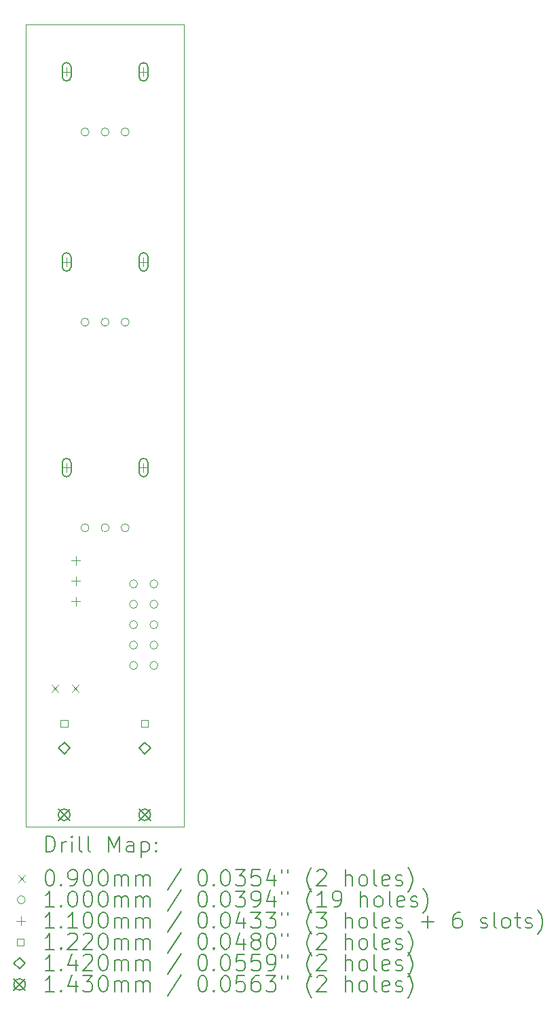
<source format=gbr>
%TF.GenerationSoftware,KiCad,Pcbnew,6.0.7+dfsg-1~bpo11+1*%
%TF.CreationDate,2022-10-24T23:46:41+08:00*%
%TF.ProjectId,MiniDelay,4d696e69-4465-46c6-9179-2e6b69636164,rev?*%
%TF.SameCoordinates,Original*%
%TF.FileFunction,Drillmap*%
%TF.FilePolarity,Positive*%
%FSLAX45Y45*%
G04 Gerber Fmt 4.5, Leading zero omitted, Abs format (unit mm)*
G04 Created by KiCad (PCBNEW 6.0.7+dfsg-1~bpo11+1) date 2022-10-24 23:46:41*
%MOMM*%
%LPD*%
G01*
G04 APERTURE LIST*
%ADD10C,0.100000*%
%ADD11C,0.200000*%
%ADD12C,0.090000*%
%ADD13C,0.110000*%
%ADD14C,0.122000*%
%ADD15C,0.142000*%
%ADD16C,0.143000*%
G04 APERTURE END LIST*
D10*
X11100000Y-15660000D02*
X11100000Y-5660000D01*
X11100000Y-5660000D02*
X13070000Y-5660000D01*
X13070000Y-5660000D02*
X13070000Y-15660000D01*
X13070000Y-15660000D02*
X11100000Y-15660000D01*
D11*
D12*
X11420000Y-13890000D02*
X11510000Y-13980000D01*
X11510000Y-13890000D02*
X11420000Y-13980000D01*
X11674000Y-13890000D02*
X11764000Y-13980000D01*
X11764000Y-13890000D02*
X11674000Y-13980000D01*
D10*
X11890000Y-7000000D02*
G75*
G03*
X11890000Y-7000000I-50000J0D01*
G01*
X11890000Y-9370000D02*
G75*
G03*
X11890000Y-9370000I-50000J0D01*
G01*
X11890000Y-11932500D02*
G75*
G03*
X11890000Y-11932500I-50000J0D01*
G01*
X12140000Y-7000000D02*
G75*
G03*
X12140000Y-7000000I-50000J0D01*
G01*
X12140000Y-9370000D02*
G75*
G03*
X12140000Y-9370000I-50000J0D01*
G01*
X12140000Y-11932500D02*
G75*
G03*
X12140000Y-11932500I-50000J0D01*
G01*
X12390000Y-7000000D02*
G75*
G03*
X12390000Y-7000000I-50000J0D01*
G01*
X12390000Y-9370000D02*
G75*
G03*
X12390000Y-9370000I-50000J0D01*
G01*
X12390000Y-11932500D02*
G75*
G03*
X12390000Y-11932500I-50000J0D01*
G01*
X12494750Y-12632000D02*
G75*
G03*
X12494750Y-12632000I-50000J0D01*
G01*
X12494750Y-12886000D02*
G75*
G03*
X12494750Y-12886000I-50000J0D01*
G01*
X12494750Y-13140000D02*
G75*
G03*
X12494750Y-13140000I-50000J0D01*
G01*
X12494750Y-13394000D02*
G75*
G03*
X12494750Y-13394000I-50000J0D01*
G01*
X12494750Y-13648000D02*
G75*
G03*
X12494750Y-13648000I-50000J0D01*
G01*
X12748750Y-12632000D02*
G75*
G03*
X12748750Y-12632000I-50000J0D01*
G01*
X12748750Y-12886000D02*
G75*
G03*
X12748750Y-12886000I-50000J0D01*
G01*
X12748750Y-13140000D02*
G75*
G03*
X12748750Y-13140000I-50000J0D01*
G01*
X12748750Y-13394000D02*
G75*
G03*
X12748750Y-13394000I-50000J0D01*
G01*
X12748750Y-13648000D02*
G75*
G03*
X12748750Y-13648000I-50000J0D01*
G01*
D13*
X11610000Y-6195000D02*
X11610000Y-6305000D01*
X11555000Y-6250000D02*
X11665000Y-6250000D01*
D11*
X11665000Y-6310000D02*
X11665000Y-6190000D01*
X11555000Y-6310000D02*
X11555000Y-6190000D01*
X11665000Y-6190000D02*
G75*
G03*
X11555000Y-6190000I-55000J0D01*
G01*
X11555000Y-6310000D02*
G75*
G03*
X11665000Y-6310000I55000J0D01*
G01*
D13*
X11610000Y-8565000D02*
X11610000Y-8675000D01*
X11555000Y-8620000D02*
X11665000Y-8620000D01*
D11*
X11665000Y-8680000D02*
X11665000Y-8560000D01*
X11555000Y-8680000D02*
X11555000Y-8560000D01*
X11665000Y-8560000D02*
G75*
G03*
X11555000Y-8560000I-55000J0D01*
G01*
X11555000Y-8680000D02*
G75*
G03*
X11665000Y-8680000I55000J0D01*
G01*
D13*
X11610000Y-11127500D02*
X11610000Y-11237500D01*
X11555000Y-11182500D02*
X11665000Y-11182500D01*
D11*
X11665000Y-11242500D02*
X11665000Y-11122500D01*
X11555000Y-11242500D02*
X11555000Y-11122500D01*
X11665000Y-11122500D02*
G75*
G03*
X11555000Y-11122500I-55000J0D01*
G01*
X11555000Y-11242500D02*
G75*
G03*
X11665000Y-11242500I55000J0D01*
G01*
D13*
X11725500Y-12286000D02*
X11725500Y-12396000D01*
X11670500Y-12341000D02*
X11780500Y-12341000D01*
X11725500Y-12540000D02*
X11725500Y-12650000D01*
X11670500Y-12595000D02*
X11780500Y-12595000D01*
X11725500Y-12794000D02*
X11725500Y-12904000D01*
X11670500Y-12849000D02*
X11780500Y-12849000D01*
X12570000Y-6195000D02*
X12570000Y-6305000D01*
X12515000Y-6250000D02*
X12625000Y-6250000D01*
D11*
X12625000Y-6310000D02*
X12625000Y-6190000D01*
X12515000Y-6310000D02*
X12515000Y-6190000D01*
X12625000Y-6190000D02*
G75*
G03*
X12515000Y-6190000I-55000J0D01*
G01*
X12515000Y-6310000D02*
G75*
G03*
X12625000Y-6310000I55000J0D01*
G01*
D13*
X12570000Y-8565000D02*
X12570000Y-8675000D01*
X12515000Y-8620000D02*
X12625000Y-8620000D01*
D11*
X12625000Y-8680000D02*
X12625000Y-8560000D01*
X12515000Y-8680000D02*
X12515000Y-8560000D01*
X12625000Y-8560000D02*
G75*
G03*
X12515000Y-8560000I-55000J0D01*
G01*
X12515000Y-8680000D02*
G75*
G03*
X12625000Y-8680000I55000J0D01*
G01*
D13*
X12570000Y-11127500D02*
X12570000Y-11237500D01*
X12515000Y-11182500D02*
X12625000Y-11182500D01*
D11*
X12625000Y-11242500D02*
X12625000Y-11122500D01*
X12515000Y-11242500D02*
X12515000Y-11122500D01*
X12625000Y-11122500D02*
G75*
G03*
X12515000Y-11122500I-55000J0D01*
G01*
X12515000Y-11242500D02*
G75*
G03*
X12625000Y-11242500I55000J0D01*
G01*
D14*
X11623134Y-14413134D02*
X11623134Y-14326866D01*
X11536866Y-14326866D01*
X11536866Y-14413134D01*
X11623134Y-14413134D01*
X12628134Y-14413134D02*
X12628134Y-14326866D01*
X12541866Y-14326866D01*
X12541866Y-14413134D01*
X12628134Y-14413134D01*
D15*
X11580000Y-14751000D02*
X11651000Y-14680000D01*
X11580000Y-14609000D01*
X11509000Y-14680000D01*
X11580000Y-14751000D01*
X12585000Y-14751000D02*
X12656000Y-14680000D01*
X12585000Y-14609000D01*
X12514000Y-14680000D01*
X12585000Y-14751000D01*
D16*
X11508500Y-15438500D02*
X11651500Y-15581500D01*
X11651500Y-15438500D02*
X11508500Y-15581500D01*
X11651500Y-15510000D02*
G75*
G03*
X11651500Y-15510000I-71500J0D01*
G01*
X12513500Y-15438500D02*
X12656500Y-15581500D01*
X12656500Y-15438500D02*
X12513500Y-15581500D01*
X12656500Y-15510000D02*
G75*
G03*
X12656500Y-15510000I-71500J0D01*
G01*
D11*
X11352619Y-15975476D02*
X11352619Y-15775476D01*
X11400238Y-15775476D01*
X11428809Y-15785000D01*
X11447857Y-15804048D01*
X11457381Y-15823095D01*
X11466905Y-15861190D01*
X11466905Y-15889762D01*
X11457381Y-15927857D01*
X11447857Y-15946905D01*
X11428809Y-15965952D01*
X11400238Y-15975476D01*
X11352619Y-15975476D01*
X11552619Y-15975476D02*
X11552619Y-15842143D01*
X11552619Y-15880238D02*
X11562143Y-15861190D01*
X11571667Y-15851667D01*
X11590714Y-15842143D01*
X11609762Y-15842143D01*
X11676428Y-15975476D02*
X11676428Y-15842143D01*
X11676428Y-15775476D02*
X11666905Y-15785000D01*
X11676428Y-15794524D01*
X11685952Y-15785000D01*
X11676428Y-15775476D01*
X11676428Y-15794524D01*
X11800238Y-15975476D02*
X11781190Y-15965952D01*
X11771667Y-15946905D01*
X11771667Y-15775476D01*
X11905000Y-15975476D02*
X11885952Y-15965952D01*
X11876428Y-15946905D01*
X11876428Y-15775476D01*
X12133571Y-15975476D02*
X12133571Y-15775476D01*
X12200238Y-15918333D01*
X12266905Y-15775476D01*
X12266905Y-15975476D01*
X12447857Y-15975476D02*
X12447857Y-15870714D01*
X12438333Y-15851667D01*
X12419286Y-15842143D01*
X12381190Y-15842143D01*
X12362143Y-15851667D01*
X12447857Y-15965952D02*
X12428809Y-15975476D01*
X12381190Y-15975476D01*
X12362143Y-15965952D01*
X12352619Y-15946905D01*
X12352619Y-15927857D01*
X12362143Y-15908809D01*
X12381190Y-15899286D01*
X12428809Y-15899286D01*
X12447857Y-15889762D01*
X12543095Y-15842143D02*
X12543095Y-16042143D01*
X12543095Y-15851667D02*
X12562143Y-15842143D01*
X12600238Y-15842143D01*
X12619286Y-15851667D01*
X12628809Y-15861190D01*
X12638333Y-15880238D01*
X12638333Y-15937381D01*
X12628809Y-15956428D01*
X12619286Y-15965952D01*
X12600238Y-15975476D01*
X12562143Y-15975476D01*
X12543095Y-15965952D01*
X12724048Y-15956428D02*
X12733571Y-15965952D01*
X12724048Y-15975476D01*
X12714524Y-15965952D01*
X12724048Y-15956428D01*
X12724048Y-15975476D01*
X12724048Y-15851667D02*
X12733571Y-15861190D01*
X12724048Y-15870714D01*
X12714524Y-15861190D01*
X12724048Y-15851667D01*
X12724048Y-15870714D01*
D12*
X11005000Y-16260000D02*
X11095000Y-16350000D01*
X11095000Y-16260000D02*
X11005000Y-16350000D01*
D11*
X11390714Y-16195476D02*
X11409762Y-16195476D01*
X11428809Y-16205000D01*
X11438333Y-16214524D01*
X11447857Y-16233571D01*
X11457381Y-16271667D01*
X11457381Y-16319286D01*
X11447857Y-16357381D01*
X11438333Y-16376428D01*
X11428809Y-16385952D01*
X11409762Y-16395476D01*
X11390714Y-16395476D01*
X11371667Y-16385952D01*
X11362143Y-16376428D01*
X11352619Y-16357381D01*
X11343095Y-16319286D01*
X11343095Y-16271667D01*
X11352619Y-16233571D01*
X11362143Y-16214524D01*
X11371667Y-16205000D01*
X11390714Y-16195476D01*
X11543095Y-16376428D02*
X11552619Y-16385952D01*
X11543095Y-16395476D01*
X11533571Y-16385952D01*
X11543095Y-16376428D01*
X11543095Y-16395476D01*
X11647857Y-16395476D02*
X11685952Y-16395476D01*
X11705000Y-16385952D01*
X11714524Y-16376428D01*
X11733571Y-16347857D01*
X11743095Y-16309762D01*
X11743095Y-16233571D01*
X11733571Y-16214524D01*
X11724048Y-16205000D01*
X11705000Y-16195476D01*
X11666905Y-16195476D01*
X11647857Y-16205000D01*
X11638333Y-16214524D01*
X11628809Y-16233571D01*
X11628809Y-16281190D01*
X11638333Y-16300238D01*
X11647857Y-16309762D01*
X11666905Y-16319286D01*
X11705000Y-16319286D01*
X11724048Y-16309762D01*
X11733571Y-16300238D01*
X11743095Y-16281190D01*
X11866905Y-16195476D02*
X11885952Y-16195476D01*
X11905000Y-16205000D01*
X11914524Y-16214524D01*
X11924048Y-16233571D01*
X11933571Y-16271667D01*
X11933571Y-16319286D01*
X11924048Y-16357381D01*
X11914524Y-16376428D01*
X11905000Y-16385952D01*
X11885952Y-16395476D01*
X11866905Y-16395476D01*
X11847857Y-16385952D01*
X11838333Y-16376428D01*
X11828809Y-16357381D01*
X11819286Y-16319286D01*
X11819286Y-16271667D01*
X11828809Y-16233571D01*
X11838333Y-16214524D01*
X11847857Y-16205000D01*
X11866905Y-16195476D01*
X12057381Y-16195476D02*
X12076428Y-16195476D01*
X12095476Y-16205000D01*
X12105000Y-16214524D01*
X12114524Y-16233571D01*
X12124048Y-16271667D01*
X12124048Y-16319286D01*
X12114524Y-16357381D01*
X12105000Y-16376428D01*
X12095476Y-16385952D01*
X12076428Y-16395476D01*
X12057381Y-16395476D01*
X12038333Y-16385952D01*
X12028809Y-16376428D01*
X12019286Y-16357381D01*
X12009762Y-16319286D01*
X12009762Y-16271667D01*
X12019286Y-16233571D01*
X12028809Y-16214524D01*
X12038333Y-16205000D01*
X12057381Y-16195476D01*
X12209762Y-16395476D02*
X12209762Y-16262143D01*
X12209762Y-16281190D02*
X12219286Y-16271667D01*
X12238333Y-16262143D01*
X12266905Y-16262143D01*
X12285952Y-16271667D01*
X12295476Y-16290714D01*
X12295476Y-16395476D01*
X12295476Y-16290714D02*
X12305000Y-16271667D01*
X12324048Y-16262143D01*
X12352619Y-16262143D01*
X12371667Y-16271667D01*
X12381190Y-16290714D01*
X12381190Y-16395476D01*
X12476428Y-16395476D02*
X12476428Y-16262143D01*
X12476428Y-16281190D02*
X12485952Y-16271667D01*
X12505000Y-16262143D01*
X12533571Y-16262143D01*
X12552619Y-16271667D01*
X12562143Y-16290714D01*
X12562143Y-16395476D01*
X12562143Y-16290714D02*
X12571667Y-16271667D01*
X12590714Y-16262143D01*
X12619286Y-16262143D01*
X12638333Y-16271667D01*
X12647857Y-16290714D01*
X12647857Y-16395476D01*
X13038333Y-16185952D02*
X12866905Y-16443095D01*
X13295476Y-16195476D02*
X13314524Y-16195476D01*
X13333571Y-16205000D01*
X13343095Y-16214524D01*
X13352619Y-16233571D01*
X13362143Y-16271667D01*
X13362143Y-16319286D01*
X13352619Y-16357381D01*
X13343095Y-16376428D01*
X13333571Y-16385952D01*
X13314524Y-16395476D01*
X13295476Y-16395476D01*
X13276428Y-16385952D01*
X13266905Y-16376428D01*
X13257381Y-16357381D01*
X13247857Y-16319286D01*
X13247857Y-16271667D01*
X13257381Y-16233571D01*
X13266905Y-16214524D01*
X13276428Y-16205000D01*
X13295476Y-16195476D01*
X13447857Y-16376428D02*
X13457381Y-16385952D01*
X13447857Y-16395476D01*
X13438333Y-16385952D01*
X13447857Y-16376428D01*
X13447857Y-16395476D01*
X13581190Y-16195476D02*
X13600238Y-16195476D01*
X13619286Y-16205000D01*
X13628809Y-16214524D01*
X13638333Y-16233571D01*
X13647857Y-16271667D01*
X13647857Y-16319286D01*
X13638333Y-16357381D01*
X13628809Y-16376428D01*
X13619286Y-16385952D01*
X13600238Y-16395476D01*
X13581190Y-16395476D01*
X13562143Y-16385952D01*
X13552619Y-16376428D01*
X13543095Y-16357381D01*
X13533571Y-16319286D01*
X13533571Y-16271667D01*
X13543095Y-16233571D01*
X13552619Y-16214524D01*
X13562143Y-16205000D01*
X13581190Y-16195476D01*
X13714524Y-16195476D02*
X13838333Y-16195476D01*
X13771667Y-16271667D01*
X13800238Y-16271667D01*
X13819286Y-16281190D01*
X13828809Y-16290714D01*
X13838333Y-16309762D01*
X13838333Y-16357381D01*
X13828809Y-16376428D01*
X13819286Y-16385952D01*
X13800238Y-16395476D01*
X13743095Y-16395476D01*
X13724048Y-16385952D01*
X13714524Y-16376428D01*
X14019286Y-16195476D02*
X13924048Y-16195476D01*
X13914524Y-16290714D01*
X13924048Y-16281190D01*
X13943095Y-16271667D01*
X13990714Y-16271667D01*
X14009762Y-16281190D01*
X14019286Y-16290714D01*
X14028809Y-16309762D01*
X14028809Y-16357381D01*
X14019286Y-16376428D01*
X14009762Y-16385952D01*
X13990714Y-16395476D01*
X13943095Y-16395476D01*
X13924048Y-16385952D01*
X13914524Y-16376428D01*
X14200238Y-16262143D02*
X14200238Y-16395476D01*
X14152619Y-16185952D02*
X14105000Y-16328809D01*
X14228809Y-16328809D01*
X14295476Y-16195476D02*
X14295476Y-16233571D01*
X14371667Y-16195476D02*
X14371667Y-16233571D01*
X14666905Y-16471667D02*
X14657381Y-16462143D01*
X14638333Y-16433571D01*
X14628809Y-16414524D01*
X14619286Y-16385952D01*
X14609762Y-16338333D01*
X14609762Y-16300238D01*
X14619286Y-16252619D01*
X14628809Y-16224048D01*
X14638333Y-16205000D01*
X14657381Y-16176428D01*
X14666905Y-16166905D01*
X14733571Y-16214524D02*
X14743095Y-16205000D01*
X14762143Y-16195476D01*
X14809762Y-16195476D01*
X14828809Y-16205000D01*
X14838333Y-16214524D01*
X14847857Y-16233571D01*
X14847857Y-16252619D01*
X14838333Y-16281190D01*
X14724048Y-16395476D01*
X14847857Y-16395476D01*
X15085952Y-16395476D02*
X15085952Y-16195476D01*
X15171667Y-16395476D02*
X15171667Y-16290714D01*
X15162143Y-16271667D01*
X15143095Y-16262143D01*
X15114524Y-16262143D01*
X15095476Y-16271667D01*
X15085952Y-16281190D01*
X15295476Y-16395476D02*
X15276428Y-16385952D01*
X15266905Y-16376428D01*
X15257381Y-16357381D01*
X15257381Y-16300238D01*
X15266905Y-16281190D01*
X15276428Y-16271667D01*
X15295476Y-16262143D01*
X15324048Y-16262143D01*
X15343095Y-16271667D01*
X15352619Y-16281190D01*
X15362143Y-16300238D01*
X15362143Y-16357381D01*
X15352619Y-16376428D01*
X15343095Y-16385952D01*
X15324048Y-16395476D01*
X15295476Y-16395476D01*
X15476428Y-16395476D02*
X15457381Y-16385952D01*
X15447857Y-16366905D01*
X15447857Y-16195476D01*
X15628809Y-16385952D02*
X15609762Y-16395476D01*
X15571667Y-16395476D01*
X15552619Y-16385952D01*
X15543095Y-16366905D01*
X15543095Y-16290714D01*
X15552619Y-16271667D01*
X15571667Y-16262143D01*
X15609762Y-16262143D01*
X15628809Y-16271667D01*
X15638333Y-16290714D01*
X15638333Y-16309762D01*
X15543095Y-16328809D01*
X15714524Y-16385952D02*
X15733571Y-16395476D01*
X15771667Y-16395476D01*
X15790714Y-16385952D01*
X15800238Y-16366905D01*
X15800238Y-16357381D01*
X15790714Y-16338333D01*
X15771667Y-16328809D01*
X15743095Y-16328809D01*
X15724048Y-16319286D01*
X15714524Y-16300238D01*
X15714524Y-16290714D01*
X15724048Y-16271667D01*
X15743095Y-16262143D01*
X15771667Y-16262143D01*
X15790714Y-16271667D01*
X15866905Y-16471667D02*
X15876428Y-16462143D01*
X15895476Y-16433571D01*
X15905000Y-16414524D01*
X15914524Y-16385952D01*
X15924048Y-16338333D01*
X15924048Y-16300238D01*
X15914524Y-16252619D01*
X15905000Y-16224048D01*
X15895476Y-16205000D01*
X15876428Y-16176428D01*
X15866905Y-16166905D01*
D10*
X11095000Y-16569000D02*
G75*
G03*
X11095000Y-16569000I-50000J0D01*
G01*
D11*
X11457381Y-16659476D02*
X11343095Y-16659476D01*
X11400238Y-16659476D02*
X11400238Y-16459476D01*
X11381190Y-16488048D01*
X11362143Y-16507095D01*
X11343095Y-16516619D01*
X11543095Y-16640428D02*
X11552619Y-16649952D01*
X11543095Y-16659476D01*
X11533571Y-16649952D01*
X11543095Y-16640428D01*
X11543095Y-16659476D01*
X11676428Y-16459476D02*
X11695476Y-16459476D01*
X11714524Y-16469000D01*
X11724048Y-16478524D01*
X11733571Y-16497571D01*
X11743095Y-16535667D01*
X11743095Y-16583286D01*
X11733571Y-16621381D01*
X11724048Y-16640428D01*
X11714524Y-16649952D01*
X11695476Y-16659476D01*
X11676428Y-16659476D01*
X11657381Y-16649952D01*
X11647857Y-16640428D01*
X11638333Y-16621381D01*
X11628809Y-16583286D01*
X11628809Y-16535667D01*
X11638333Y-16497571D01*
X11647857Y-16478524D01*
X11657381Y-16469000D01*
X11676428Y-16459476D01*
X11866905Y-16459476D02*
X11885952Y-16459476D01*
X11905000Y-16469000D01*
X11914524Y-16478524D01*
X11924048Y-16497571D01*
X11933571Y-16535667D01*
X11933571Y-16583286D01*
X11924048Y-16621381D01*
X11914524Y-16640428D01*
X11905000Y-16649952D01*
X11885952Y-16659476D01*
X11866905Y-16659476D01*
X11847857Y-16649952D01*
X11838333Y-16640428D01*
X11828809Y-16621381D01*
X11819286Y-16583286D01*
X11819286Y-16535667D01*
X11828809Y-16497571D01*
X11838333Y-16478524D01*
X11847857Y-16469000D01*
X11866905Y-16459476D01*
X12057381Y-16459476D02*
X12076428Y-16459476D01*
X12095476Y-16469000D01*
X12105000Y-16478524D01*
X12114524Y-16497571D01*
X12124048Y-16535667D01*
X12124048Y-16583286D01*
X12114524Y-16621381D01*
X12105000Y-16640428D01*
X12095476Y-16649952D01*
X12076428Y-16659476D01*
X12057381Y-16659476D01*
X12038333Y-16649952D01*
X12028809Y-16640428D01*
X12019286Y-16621381D01*
X12009762Y-16583286D01*
X12009762Y-16535667D01*
X12019286Y-16497571D01*
X12028809Y-16478524D01*
X12038333Y-16469000D01*
X12057381Y-16459476D01*
X12209762Y-16659476D02*
X12209762Y-16526143D01*
X12209762Y-16545190D02*
X12219286Y-16535667D01*
X12238333Y-16526143D01*
X12266905Y-16526143D01*
X12285952Y-16535667D01*
X12295476Y-16554714D01*
X12295476Y-16659476D01*
X12295476Y-16554714D02*
X12305000Y-16535667D01*
X12324048Y-16526143D01*
X12352619Y-16526143D01*
X12371667Y-16535667D01*
X12381190Y-16554714D01*
X12381190Y-16659476D01*
X12476428Y-16659476D02*
X12476428Y-16526143D01*
X12476428Y-16545190D02*
X12485952Y-16535667D01*
X12505000Y-16526143D01*
X12533571Y-16526143D01*
X12552619Y-16535667D01*
X12562143Y-16554714D01*
X12562143Y-16659476D01*
X12562143Y-16554714D02*
X12571667Y-16535667D01*
X12590714Y-16526143D01*
X12619286Y-16526143D01*
X12638333Y-16535667D01*
X12647857Y-16554714D01*
X12647857Y-16659476D01*
X13038333Y-16449952D02*
X12866905Y-16707095D01*
X13295476Y-16459476D02*
X13314524Y-16459476D01*
X13333571Y-16469000D01*
X13343095Y-16478524D01*
X13352619Y-16497571D01*
X13362143Y-16535667D01*
X13362143Y-16583286D01*
X13352619Y-16621381D01*
X13343095Y-16640428D01*
X13333571Y-16649952D01*
X13314524Y-16659476D01*
X13295476Y-16659476D01*
X13276428Y-16649952D01*
X13266905Y-16640428D01*
X13257381Y-16621381D01*
X13247857Y-16583286D01*
X13247857Y-16535667D01*
X13257381Y-16497571D01*
X13266905Y-16478524D01*
X13276428Y-16469000D01*
X13295476Y-16459476D01*
X13447857Y-16640428D02*
X13457381Y-16649952D01*
X13447857Y-16659476D01*
X13438333Y-16649952D01*
X13447857Y-16640428D01*
X13447857Y-16659476D01*
X13581190Y-16459476D02*
X13600238Y-16459476D01*
X13619286Y-16469000D01*
X13628809Y-16478524D01*
X13638333Y-16497571D01*
X13647857Y-16535667D01*
X13647857Y-16583286D01*
X13638333Y-16621381D01*
X13628809Y-16640428D01*
X13619286Y-16649952D01*
X13600238Y-16659476D01*
X13581190Y-16659476D01*
X13562143Y-16649952D01*
X13552619Y-16640428D01*
X13543095Y-16621381D01*
X13533571Y-16583286D01*
X13533571Y-16535667D01*
X13543095Y-16497571D01*
X13552619Y-16478524D01*
X13562143Y-16469000D01*
X13581190Y-16459476D01*
X13714524Y-16459476D02*
X13838333Y-16459476D01*
X13771667Y-16535667D01*
X13800238Y-16535667D01*
X13819286Y-16545190D01*
X13828809Y-16554714D01*
X13838333Y-16573762D01*
X13838333Y-16621381D01*
X13828809Y-16640428D01*
X13819286Y-16649952D01*
X13800238Y-16659476D01*
X13743095Y-16659476D01*
X13724048Y-16649952D01*
X13714524Y-16640428D01*
X13933571Y-16659476D02*
X13971667Y-16659476D01*
X13990714Y-16649952D01*
X14000238Y-16640428D01*
X14019286Y-16611857D01*
X14028809Y-16573762D01*
X14028809Y-16497571D01*
X14019286Y-16478524D01*
X14009762Y-16469000D01*
X13990714Y-16459476D01*
X13952619Y-16459476D01*
X13933571Y-16469000D01*
X13924048Y-16478524D01*
X13914524Y-16497571D01*
X13914524Y-16545190D01*
X13924048Y-16564238D01*
X13933571Y-16573762D01*
X13952619Y-16583286D01*
X13990714Y-16583286D01*
X14009762Y-16573762D01*
X14019286Y-16564238D01*
X14028809Y-16545190D01*
X14200238Y-16526143D02*
X14200238Y-16659476D01*
X14152619Y-16449952D02*
X14105000Y-16592809D01*
X14228809Y-16592809D01*
X14295476Y-16459476D02*
X14295476Y-16497571D01*
X14371667Y-16459476D02*
X14371667Y-16497571D01*
X14666905Y-16735667D02*
X14657381Y-16726143D01*
X14638333Y-16697571D01*
X14628809Y-16678524D01*
X14619286Y-16649952D01*
X14609762Y-16602333D01*
X14609762Y-16564238D01*
X14619286Y-16516619D01*
X14628809Y-16488048D01*
X14638333Y-16469000D01*
X14657381Y-16440428D01*
X14666905Y-16430905D01*
X14847857Y-16659476D02*
X14733571Y-16659476D01*
X14790714Y-16659476D02*
X14790714Y-16459476D01*
X14771667Y-16488048D01*
X14752619Y-16507095D01*
X14733571Y-16516619D01*
X14943095Y-16659476D02*
X14981190Y-16659476D01*
X15000238Y-16649952D01*
X15009762Y-16640428D01*
X15028809Y-16611857D01*
X15038333Y-16573762D01*
X15038333Y-16497571D01*
X15028809Y-16478524D01*
X15019286Y-16469000D01*
X15000238Y-16459476D01*
X14962143Y-16459476D01*
X14943095Y-16469000D01*
X14933571Y-16478524D01*
X14924048Y-16497571D01*
X14924048Y-16545190D01*
X14933571Y-16564238D01*
X14943095Y-16573762D01*
X14962143Y-16583286D01*
X15000238Y-16583286D01*
X15019286Y-16573762D01*
X15028809Y-16564238D01*
X15038333Y-16545190D01*
X15276428Y-16659476D02*
X15276428Y-16459476D01*
X15362143Y-16659476D02*
X15362143Y-16554714D01*
X15352619Y-16535667D01*
X15333571Y-16526143D01*
X15305000Y-16526143D01*
X15285952Y-16535667D01*
X15276428Y-16545190D01*
X15485952Y-16659476D02*
X15466905Y-16649952D01*
X15457381Y-16640428D01*
X15447857Y-16621381D01*
X15447857Y-16564238D01*
X15457381Y-16545190D01*
X15466905Y-16535667D01*
X15485952Y-16526143D01*
X15514524Y-16526143D01*
X15533571Y-16535667D01*
X15543095Y-16545190D01*
X15552619Y-16564238D01*
X15552619Y-16621381D01*
X15543095Y-16640428D01*
X15533571Y-16649952D01*
X15514524Y-16659476D01*
X15485952Y-16659476D01*
X15666905Y-16659476D02*
X15647857Y-16649952D01*
X15638333Y-16630905D01*
X15638333Y-16459476D01*
X15819286Y-16649952D02*
X15800238Y-16659476D01*
X15762143Y-16659476D01*
X15743095Y-16649952D01*
X15733571Y-16630905D01*
X15733571Y-16554714D01*
X15743095Y-16535667D01*
X15762143Y-16526143D01*
X15800238Y-16526143D01*
X15819286Y-16535667D01*
X15828809Y-16554714D01*
X15828809Y-16573762D01*
X15733571Y-16592809D01*
X15905000Y-16649952D02*
X15924048Y-16659476D01*
X15962143Y-16659476D01*
X15981190Y-16649952D01*
X15990714Y-16630905D01*
X15990714Y-16621381D01*
X15981190Y-16602333D01*
X15962143Y-16592809D01*
X15933571Y-16592809D01*
X15914524Y-16583286D01*
X15905000Y-16564238D01*
X15905000Y-16554714D01*
X15914524Y-16535667D01*
X15933571Y-16526143D01*
X15962143Y-16526143D01*
X15981190Y-16535667D01*
X16057381Y-16735667D02*
X16066905Y-16726143D01*
X16085952Y-16697571D01*
X16095476Y-16678524D01*
X16105000Y-16649952D01*
X16114524Y-16602333D01*
X16114524Y-16564238D01*
X16105000Y-16516619D01*
X16095476Y-16488048D01*
X16085952Y-16469000D01*
X16066905Y-16440428D01*
X16057381Y-16430905D01*
D13*
X11040000Y-16778000D02*
X11040000Y-16888000D01*
X10985000Y-16833000D02*
X11095000Y-16833000D01*
D11*
X11457381Y-16923476D02*
X11343095Y-16923476D01*
X11400238Y-16923476D02*
X11400238Y-16723476D01*
X11381190Y-16752048D01*
X11362143Y-16771095D01*
X11343095Y-16780619D01*
X11543095Y-16904429D02*
X11552619Y-16913952D01*
X11543095Y-16923476D01*
X11533571Y-16913952D01*
X11543095Y-16904429D01*
X11543095Y-16923476D01*
X11743095Y-16923476D02*
X11628809Y-16923476D01*
X11685952Y-16923476D02*
X11685952Y-16723476D01*
X11666905Y-16752048D01*
X11647857Y-16771095D01*
X11628809Y-16780619D01*
X11866905Y-16723476D02*
X11885952Y-16723476D01*
X11905000Y-16733000D01*
X11914524Y-16742524D01*
X11924048Y-16761571D01*
X11933571Y-16799667D01*
X11933571Y-16847286D01*
X11924048Y-16885381D01*
X11914524Y-16904429D01*
X11905000Y-16913952D01*
X11885952Y-16923476D01*
X11866905Y-16923476D01*
X11847857Y-16913952D01*
X11838333Y-16904429D01*
X11828809Y-16885381D01*
X11819286Y-16847286D01*
X11819286Y-16799667D01*
X11828809Y-16761571D01*
X11838333Y-16742524D01*
X11847857Y-16733000D01*
X11866905Y-16723476D01*
X12057381Y-16723476D02*
X12076428Y-16723476D01*
X12095476Y-16733000D01*
X12105000Y-16742524D01*
X12114524Y-16761571D01*
X12124048Y-16799667D01*
X12124048Y-16847286D01*
X12114524Y-16885381D01*
X12105000Y-16904429D01*
X12095476Y-16913952D01*
X12076428Y-16923476D01*
X12057381Y-16923476D01*
X12038333Y-16913952D01*
X12028809Y-16904429D01*
X12019286Y-16885381D01*
X12009762Y-16847286D01*
X12009762Y-16799667D01*
X12019286Y-16761571D01*
X12028809Y-16742524D01*
X12038333Y-16733000D01*
X12057381Y-16723476D01*
X12209762Y-16923476D02*
X12209762Y-16790143D01*
X12209762Y-16809190D02*
X12219286Y-16799667D01*
X12238333Y-16790143D01*
X12266905Y-16790143D01*
X12285952Y-16799667D01*
X12295476Y-16818714D01*
X12295476Y-16923476D01*
X12295476Y-16818714D02*
X12305000Y-16799667D01*
X12324048Y-16790143D01*
X12352619Y-16790143D01*
X12371667Y-16799667D01*
X12381190Y-16818714D01*
X12381190Y-16923476D01*
X12476428Y-16923476D02*
X12476428Y-16790143D01*
X12476428Y-16809190D02*
X12485952Y-16799667D01*
X12505000Y-16790143D01*
X12533571Y-16790143D01*
X12552619Y-16799667D01*
X12562143Y-16818714D01*
X12562143Y-16923476D01*
X12562143Y-16818714D02*
X12571667Y-16799667D01*
X12590714Y-16790143D01*
X12619286Y-16790143D01*
X12638333Y-16799667D01*
X12647857Y-16818714D01*
X12647857Y-16923476D01*
X13038333Y-16713952D02*
X12866905Y-16971095D01*
X13295476Y-16723476D02*
X13314524Y-16723476D01*
X13333571Y-16733000D01*
X13343095Y-16742524D01*
X13352619Y-16761571D01*
X13362143Y-16799667D01*
X13362143Y-16847286D01*
X13352619Y-16885381D01*
X13343095Y-16904429D01*
X13333571Y-16913952D01*
X13314524Y-16923476D01*
X13295476Y-16923476D01*
X13276428Y-16913952D01*
X13266905Y-16904429D01*
X13257381Y-16885381D01*
X13247857Y-16847286D01*
X13247857Y-16799667D01*
X13257381Y-16761571D01*
X13266905Y-16742524D01*
X13276428Y-16733000D01*
X13295476Y-16723476D01*
X13447857Y-16904429D02*
X13457381Y-16913952D01*
X13447857Y-16923476D01*
X13438333Y-16913952D01*
X13447857Y-16904429D01*
X13447857Y-16923476D01*
X13581190Y-16723476D02*
X13600238Y-16723476D01*
X13619286Y-16733000D01*
X13628809Y-16742524D01*
X13638333Y-16761571D01*
X13647857Y-16799667D01*
X13647857Y-16847286D01*
X13638333Y-16885381D01*
X13628809Y-16904429D01*
X13619286Y-16913952D01*
X13600238Y-16923476D01*
X13581190Y-16923476D01*
X13562143Y-16913952D01*
X13552619Y-16904429D01*
X13543095Y-16885381D01*
X13533571Y-16847286D01*
X13533571Y-16799667D01*
X13543095Y-16761571D01*
X13552619Y-16742524D01*
X13562143Y-16733000D01*
X13581190Y-16723476D01*
X13819286Y-16790143D02*
X13819286Y-16923476D01*
X13771667Y-16713952D02*
X13724048Y-16856810D01*
X13847857Y-16856810D01*
X13905000Y-16723476D02*
X14028809Y-16723476D01*
X13962143Y-16799667D01*
X13990714Y-16799667D01*
X14009762Y-16809190D01*
X14019286Y-16818714D01*
X14028809Y-16837762D01*
X14028809Y-16885381D01*
X14019286Y-16904429D01*
X14009762Y-16913952D01*
X13990714Y-16923476D01*
X13933571Y-16923476D01*
X13914524Y-16913952D01*
X13905000Y-16904429D01*
X14095476Y-16723476D02*
X14219286Y-16723476D01*
X14152619Y-16799667D01*
X14181190Y-16799667D01*
X14200238Y-16809190D01*
X14209762Y-16818714D01*
X14219286Y-16837762D01*
X14219286Y-16885381D01*
X14209762Y-16904429D01*
X14200238Y-16913952D01*
X14181190Y-16923476D01*
X14124048Y-16923476D01*
X14105000Y-16913952D01*
X14095476Y-16904429D01*
X14295476Y-16723476D02*
X14295476Y-16761571D01*
X14371667Y-16723476D02*
X14371667Y-16761571D01*
X14666905Y-16999667D02*
X14657381Y-16990143D01*
X14638333Y-16961571D01*
X14628809Y-16942524D01*
X14619286Y-16913952D01*
X14609762Y-16866333D01*
X14609762Y-16828238D01*
X14619286Y-16780619D01*
X14628809Y-16752048D01*
X14638333Y-16733000D01*
X14657381Y-16704428D01*
X14666905Y-16694905D01*
X14724048Y-16723476D02*
X14847857Y-16723476D01*
X14781190Y-16799667D01*
X14809762Y-16799667D01*
X14828809Y-16809190D01*
X14838333Y-16818714D01*
X14847857Y-16837762D01*
X14847857Y-16885381D01*
X14838333Y-16904429D01*
X14828809Y-16913952D01*
X14809762Y-16923476D01*
X14752619Y-16923476D01*
X14733571Y-16913952D01*
X14724048Y-16904429D01*
X15085952Y-16923476D02*
X15085952Y-16723476D01*
X15171667Y-16923476D02*
X15171667Y-16818714D01*
X15162143Y-16799667D01*
X15143095Y-16790143D01*
X15114524Y-16790143D01*
X15095476Y-16799667D01*
X15085952Y-16809190D01*
X15295476Y-16923476D02*
X15276428Y-16913952D01*
X15266905Y-16904429D01*
X15257381Y-16885381D01*
X15257381Y-16828238D01*
X15266905Y-16809190D01*
X15276428Y-16799667D01*
X15295476Y-16790143D01*
X15324048Y-16790143D01*
X15343095Y-16799667D01*
X15352619Y-16809190D01*
X15362143Y-16828238D01*
X15362143Y-16885381D01*
X15352619Y-16904429D01*
X15343095Y-16913952D01*
X15324048Y-16923476D01*
X15295476Y-16923476D01*
X15476428Y-16923476D02*
X15457381Y-16913952D01*
X15447857Y-16894905D01*
X15447857Y-16723476D01*
X15628809Y-16913952D02*
X15609762Y-16923476D01*
X15571667Y-16923476D01*
X15552619Y-16913952D01*
X15543095Y-16894905D01*
X15543095Y-16818714D01*
X15552619Y-16799667D01*
X15571667Y-16790143D01*
X15609762Y-16790143D01*
X15628809Y-16799667D01*
X15638333Y-16818714D01*
X15638333Y-16837762D01*
X15543095Y-16856810D01*
X15714524Y-16913952D02*
X15733571Y-16923476D01*
X15771667Y-16923476D01*
X15790714Y-16913952D01*
X15800238Y-16894905D01*
X15800238Y-16885381D01*
X15790714Y-16866333D01*
X15771667Y-16856810D01*
X15743095Y-16856810D01*
X15724048Y-16847286D01*
X15714524Y-16828238D01*
X15714524Y-16818714D01*
X15724048Y-16799667D01*
X15743095Y-16790143D01*
X15771667Y-16790143D01*
X15790714Y-16799667D01*
X16038333Y-16847286D02*
X16190714Y-16847286D01*
X16114524Y-16923476D02*
X16114524Y-16771095D01*
X16524048Y-16723476D02*
X16485952Y-16723476D01*
X16466905Y-16733000D01*
X16457381Y-16742524D01*
X16438333Y-16771095D01*
X16428809Y-16809190D01*
X16428809Y-16885381D01*
X16438333Y-16904429D01*
X16447857Y-16913952D01*
X16466905Y-16923476D01*
X16505000Y-16923476D01*
X16524048Y-16913952D01*
X16533571Y-16904429D01*
X16543095Y-16885381D01*
X16543095Y-16837762D01*
X16533571Y-16818714D01*
X16524048Y-16809190D01*
X16505000Y-16799667D01*
X16466905Y-16799667D01*
X16447857Y-16809190D01*
X16438333Y-16818714D01*
X16428809Y-16837762D01*
X16771667Y-16913952D02*
X16790714Y-16923476D01*
X16828810Y-16923476D01*
X16847857Y-16913952D01*
X16857381Y-16894905D01*
X16857381Y-16885381D01*
X16847857Y-16866333D01*
X16828810Y-16856810D01*
X16800238Y-16856810D01*
X16781190Y-16847286D01*
X16771667Y-16828238D01*
X16771667Y-16818714D01*
X16781190Y-16799667D01*
X16800238Y-16790143D01*
X16828810Y-16790143D01*
X16847857Y-16799667D01*
X16971667Y-16923476D02*
X16952619Y-16913952D01*
X16943095Y-16894905D01*
X16943095Y-16723476D01*
X17076429Y-16923476D02*
X17057381Y-16913952D01*
X17047857Y-16904429D01*
X17038333Y-16885381D01*
X17038333Y-16828238D01*
X17047857Y-16809190D01*
X17057381Y-16799667D01*
X17076429Y-16790143D01*
X17105000Y-16790143D01*
X17124048Y-16799667D01*
X17133571Y-16809190D01*
X17143095Y-16828238D01*
X17143095Y-16885381D01*
X17133571Y-16904429D01*
X17124048Y-16913952D01*
X17105000Y-16923476D01*
X17076429Y-16923476D01*
X17200238Y-16790143D02*
X17276429Y-16790143D01*
X17228810Y-16723476D02*
X17228810Y-16894905D01*
X17238333Y-16913952D01*
X17257381Y-16923476D01*
X17276429Y-16923476D01*
X17333571Y-16913952D02*
X17352619Y-16923476D01*
X17390714Y-16923476D01*
X17409762Y-16913952D01*
X17419286Y-16894905D01*
X17419286Y-16885381D01*
X17409762Y-16866333D01*
X17390714Y-16856810D01*
X17362143Y-16856810D01*
X17343095Y-16847286D01*
X17333571Y-16828238D01*
X17333571Y-16818714D01*
X17343095Y-16799667D01*
X17362143Y-16790143D01*
X17390714Y-16790143D01*
X17409762Y-16799667D01*
X17485952Y-16999667D02*
X17495476Y-16990143D01*
X17514524Y-16961571D01*
X17524048Y-16942524D01*
X17533571Y-16913952D01*
X17543095Y-16866333D01*
X17543095Y-16828238D01*
X17533571Y-16780619D01*
X17524048Y-16752048D01*
X17514524Y-16733000D01*
X17495476Y-16704428D01*
X17485952Y-16694905D01*
D14*
X11077134Y-17140134D02*
X11077134Y-17053866D01*
X10990866Y-17053866D01*
X10990866Y-17140134D01*
X11077134Y-17140134D01*
D11*
X11457381Y-17187476D02*
X11343095Y-17187476D01*
X11400238Y-17187476D02*
X11400238Y-16987476D01*
X11381190Y-17016048D01*
X11362143Y-17035095D01*
X11343095Y-17044619D01*
X11543095Y-17168429D02*
X11552619Y-17177952D01*
X11543095Y-17187476D01*
X11533571Y-17177952D01*
X11543095Y-17168429D01*
X11543095Y-17187476D01*
X11628809Y-17006524D02*
X11638333Y-16997000D01*
X11657381Y-16987476D01*
X11705000Y-16987476D01*
X11724048Y-16997000D01*
X11733571Y-17006524D01*
X11743095Y-17025571D01*
X11743095Y-17044619D01*
X11733571Y-17073190D01*
X11619286Y-17187476D01*
X11743095Y-17187476D01*
X11819286Y-17006524D02*
X11828809Y-16997000D01*
X11847857Y-16987476D01*
X11895476Y-16987476D01*
X11914524Y-16997000D01*
X11924048Y-17006524D01*
X11933571Y-17025571D01*
X11933571Y-17044619D01*
X11924048Y-17073190D01*
X11809762Y-17187476D01*
X11933571Y-17187476D01*
X12057381Y-16987476D02*
X12076428Y-16987476D01*
X12095476Y-16997000D01*
X12105000Y-17006524D01*
X12114524Y-17025571D01*
X12124048Y-17063667D01*
X12124048Y-17111286D01*
X12114524Y-17149381D01*
X12105000Y-17168429D01*
X12095476Y-17177952D01*
X12076428Y-17187476D01*
X12057381Y-17187476D01*
X12038333Y-17177952D01*
X12028809Y-17168429D01*
X12019286Y-17149381D01*
X12009762Y-17111286D01*
X12009762Y-17063667D01*
X12019286Y-17025571D01*
X12028809Y-17006524D01*
X12038333Y-16997000D01*
X12057381Y-16987476D01*
X12209762Y-17187476D02*
X12209762Y-17054143D01*
X12209762Y-17073190D02*
X12219286Y-17063667D01*
X12238333Y-17054143D01*
X12266905Y-17054143D01*
X12285952Y-17063667D01*
X12295476Y-17082714D01*
X12295476Y-17187476D01*
X12295476Y-17082714D02*
X12305000Y-17063667D01*
X12324048Y-17054143D01*
X12352619Y-17054143D01*
X12371667Y-17063667D01*
X12381190Y-17082714D01*
X12381190Y-17187476D01*
X12476428Y-17187476D02*
X12476428Y-17054143D01*
X12476428Y-17073190D02*
X12485952Y-17063667D01*
X12505000Y-17054143D01*
X12533571Y-17054143D01*
X12552619Y-17063667D01*
X12562143Y-17082714D01*
X12562143Y-17187476D01*
X12562143Y-17082714D02*
X12571667Y-17063667D01*
X12590714Y-17054143D01*
X12619286Y-17054143D01*
X12638333Y-17063667D01*
X12647857Y-17082714D01*
X12647857Y-17187476D01*
X13038333Y-16977952D02*
X12866905Y-17235095D01*
X13295476Y-16987476D02*
X13314524Y-16987476D01*
X13333571Y-16997000D01*
X13343095Y-17006524D01*
X13352619Y-17025571D01*
X13362143Y-17063667D01*
X13362143Y-17111286D01*
X13352619Y-17149381D01*
X13343095Y-17168429D01*
X13333571Y-17177952D01*
X13314524Y-17187476D01*
X13295476Y-17187476D01*
X13276428Y-17177952D01*
X13266905Y-17168429D01*
X13257381Y-17149381D01*
X13247857Y-17111286D01*
X13247857Y-17063667D01*
X13257381Y-17025571D01*
X13266905Y-17006524D01*
X13276428Y-16997000D01*
X13295476Y-16987476D01*
X13447857Y-17168429D02*
X13457381Y-17177952D01*
X13447857Y-17187476D01*
X13438333Y-17177952D01*
X13447857Y-17168429D01*
X13447857Y-17187476D01*
X13581190Y-16987476D02*
X13600238Y-16987476D01*
X13619286Y-16997000D01*
X13628809Y-17006524D01*
X13638333Y-17025571D01*
X13647857Y-17063667D01*
X13647857Y-17111286D01*
X13638333Y-17149381D01*
X13628809Y-17168429D01*
X13619286Y-17177952D01*
X13600238Y-17187476D01*
X13581190Y-17187476D01*
X13562143Y-17177952D01*
X13552619Y-17168429D01*
X13543095Y-17149381D01*
X13533571Y-17111286D01*
X13533571Y-17063667D01*
X13543095Y-17025571D01*
X13552619Y-17006524D01*
X13562143Y-16997000D01*
X13581190Y-16987476D01*
X13819286Y-17054143D02*
X13819286Y-17187476D01*
X13771667Y-16977952D02*
X13724048Y-17120810D01*
X13847857Y-17120810D01*
X13952619Y-17073190D02*
X13933571Y-17063667D01*
X13924048Y-17054143D01*
X13914524Y-17035095D01*
X13914524Y-17025571D01*
X13924048Y-17006524D01*
X13933571Y-16997000D01*
X13952619Y-16987476D01*
X13990714Y-16987476D01*
X14009762Y-16997000D01*
X14019286Y-17006524D01*
X14028809Y-17025571D01*
X14028809Y-17035095D01*
X14019286Y-17054143D01*
X14009762Y-17063667D01*
X13990714Y-17073190D01*
X13952619Y-17073190D01*
X13933571Y-17082714D01*
X13924048Y-17092238D01*
X13914524Y-17111286D01*
X13914524Y-17149381D01*
X13924048Y-17168429D01*
X13933571Y-17177952D01*
X13952619Y-17187476D01*
X13990714Y-17187476D01*
X14009762Y-17177952D01*
X14019286Y-17168429D01*
X14028809Y-17149381D01*
X14028809Y-17111286D01*
X14019286Y-17092238D01*
X14009762Y-17082714D01*
X13990714Y-17073190D01*
X14152619Y-16987476D02*
X14171667Y-16987476D01*
X14190714Y-16997000D01*
X14200238Y-17006524D01*
X14209762Y-17025571D01*
X14219286Y-17063667D01*
X14219286Y-17111286D01*
X14209762Y-17149381D01*
X14200238Y-17168429D01*
X14190714Y-17177952D01*
X14171667Y-17187476D01*
X14152619Y-17187476D01*
X14133571Y-17177952D01*
X14124048Y-17168429D01*
X14114524Y-17149381D01*
X14105000Y-17111286D01*
X14105000Y-17063667D01*
X14114524Y-17025571D01*
X14124048Y-17006524D01*
X14133571Y-16997000D01*
X14152619Y-16987476D01*
X14295476Y-16987476D02*
X14295476Y-17025571D01*
X14371667Y-16987476D02*
X14371667Y-17025571D01*
X14666905Y-17263667D02*
X14657381Y-17254143D01*
X14638333Y-17225571D01*
X14628809Y-17206524D01*
X14619286Y-17177952D01*
X14609762Y-17130333D01*
X14609762Y-17092238D01*
X14619286Y-17044619D01*
X14628809Y-17016048D01*
X14638333Y-16997000D01*
X14657381Y-16968429D01*
X14666905Y-16958905D01*
X14733571Y-17006524D02*
X14743095Y-16997000D01*
X14762143Y-16987476D01*
X14809762Y-16987476D01*
X14828809Y-16997000D01*
X14838333Y-17006524D01*
X14847857Y-17025571D01*
X14847857Y-17044619D01*
X14838333Y-17073190D01*
X14724048Y-17187476D01*
X14847857Y-17187476D01*
X15085952Y-17187476D02*
X15085952Y-16987476D01*
X15171667Y-17187476D02*
X15171667Y-17082714D01*
X15162143Y-17063667D01*
X15143095Y-17054143D01*
X15114524Y-17054143D01*
X15095476Y-17063667D01*
X15085952Y-17073190D01*
X15295476Y-17187476D02*
X15276428Y-17177952D01*
X15266905Y-17168429D01*
X15257381Y-17149381D01*
X15257381Y-17092238D01*
X15266905Y-17073190D01*
X15276428Y-17063667D01*
X15295476Y-17054143D01*
X15324048Y-17054143D01*
X15343095Y-17063667D01*
X15352619Y-17073190D01*
X15362143Y-17092238D01*
X15362143Y-17149381D01*
X15352619Y-17168429D01*
X15343095Y-17177952D01*
X15324048Y-17187476D01*
X15295476Y-17187476D01*
X15476428Y-17187476D02*
X15457381Y-17177952D01*
X15447857Y-17158905D01*
X15447857Y-16987476D01*
X15628809Y-17177952D02*
X15609762Y-17187476D01*
X15571667Y-17187476D01*
X15552619Y-17177952D01*
X15543095Y-17158905D01*
X15543095Y-17082714D01*
X15552619Y-17063667D01*
X15571667Y-17054143D01*
X15609762Y-17054143D01*
X15628809Y-17063667D01*
X15638333Y-17082714D01*
X15638333Y-17101762D01*
X15543095Y-17120810D01*
X15714524Y-17177952D02*
X15733571Y-17187476D01*
X15771667Y-17187476D01*
X15790714Y-17177952D01*
X15800238Y-17158905D01*
X15800238Y-17149381D01*
X15790714Y-17130333D01*
X15771667Y-17120810D01*
X15743095Y-17120810D01*
X15724048Y-17111286D01*
X15714524Y-17092238D01*
X15714524Y-17082714D01*
X15724048Y-17063667D01*
X15743095Y-17054143D01*
X15771667Y-17054143D01*
X15790714Y-17063667D01*
X15866905Y-17263667D02*
X15876428Y-17254143D01*
X15895476Y-17225571D01*
X15905000Y-17206524D01*
X15914524Y-17177952D01*
X15924048Y-17130333D01*
X15924048Y-17092238D01*
X15914524Y-17044619D01*
X15905000Y-17016048D01*
X15895476Y-16997000D01*
X15876428Y-16968429D01*
X15866905Y-16958905D01*
D15*
X11024000Y-17432000D02*
X11095000Y-17361000D01*
X11024000Y-17290000D01*
X10953000Y-17361000D01*
X11024000Y-17432000D01*
D11*
X11457381Y-17451476D02*
X11343095Y-17451476D01*
X11400238Y-17451476D02*
X11400238Y-17251476D01*
X11381190Y-17280048D01*
X11362143Y-17299095D01*
X11343095Y-17308619D01*
X11543095Y-17432429D02*
X11552619Y-17441952D01*
X11543095Y-17451476D01*
X11533571Y-17441952D01*
X11543095Y-17432429D01*
X11543095Y-17451476D01*
X11724048Y-17318143D02*
X11724048Y-17451476D01*
X11676428Y-17241952D02*
X11628809Y-17384810D01*
X11752619Y-17384810D01*
X11819286Y-17270524D02*
X11828809Y-17261000D01*
X11847857Y-17251476D01*
X11895476Y-17251476D01*
X11914524Y-17261000D01*
X11924048Y-17270524D01*
X11933571Y-17289571D01*
X11933571Y-17308619D01*
X11924048Y-17337190D01*
X11809762Y-17451476D01*
X11933571Y-17451476D01*
X12057381Y-17251476D02*
X12076428Y-17251476D01*
X12095476Y-17261000D01*
X12105000Y-17270524D01*
X12114524Y-17289571D01*
X12124048Y-17327667D01*
X12124048Y-17375286D01*
X12114524Y-17413381D01*
X12105000Y-17432429D01*
X12095476Y-17441952D01*
X12076428Y-17451476D01*
X12057381Y-17451476D01*
X12038333Y-17441952D01*
X12028809Y-17432429D01*
X12019286Y-17413381D01*
X12009762Y-17375286D01*
X12009762Y-17327667D01*
X12019286Y-17289571D01*
X12028809Y-17270524D01*
X12038333Y-17261000D01*
X12057381Y-17251476D01*
X12209762Y-17451476D02*
X12209762Y-17318143D01*
X12209762Y-17337190D02*
X12219286Y-17327667D01*
X12238333Y-17318143D01*
X12266905Y-17318143D01*
X12285952Y-17327667D01*
X12295476Y-17346714D01*
X12295476Y-17451476D01*
X12295476Y-17346714D02*
X12305000Y-17327667D01*
X12324048Y-17318143D01*
X12352619Y-17318143D01*
X12371667Y-17327667D01*
X12381190Y-17346714D01*
X12381190Y-17451476D01*
X12476428Y-17451476D02*
X12476428Y-17318143D01*
X12476428Y-17337190D02*
X12485952Y-17327667D01*
X12505000Y-17318143D01*
X12533571Y-17318143D01*
X12552619Y-17327667D01*
X12562143Y-17346714D01*
X12562143Y-17451476D01*
X12562143Y-17346714D02*
X12571667Y-17327667D01*
X12590714Y-17318143D01*
X12619286Y-17318143D01*
X12638333Y-17327667D01*
X12647857Y-17346714D01*
X12647857Y-17451476D01*
X13038333Y-17241952D02*
X12866905Y-17499095D01*
X13295476Y-17251476D02*
X13314524Y-17251476D01*
X13333571Y-17261000D01*
X13343095Y-17270524D01*
X13352619Y-17289571D01*
X13362143Y-17327667D01*
X13362143Y-17375286D01*
X13352619Y-17413381D01*
X13343095Y-17432429D01*
X13333571Y-17441952D01*
X13314524Y-17451476D01*
X13295476Y-17451476D01*
X13276428Y-17441952D01*
X13266905Y-17432429D01*
X13257381Y-17413381D01*
X13247857Y-17375286D01*
X13247857Y-17327667D01*
X13257381Y-17289571D01*
X13266905Y-17270524D01*
X13276428Y-17261000D01*
X13295476Y-17251476D01*
X13447857Y-17432429D02*
X13457381Y-17441952D01*
X13447857Y-17451476D01*
X13438333Y-17441952D01*
X13447857Y-17432429D01*
X13447857Y-17451476D01*
X13581190Y-17251476D02*
X13600238Y-17251476D01*
X13619286Y-17261000D01*
X13628809Y-17270524D01*
X13638333Y-17289571D01*
X13647857Y-17327667D01*
X13647857Y-17375286D01*
X13638333Y-17413381D01*
X13628809Y-17432429D01*
X13619286Y-17441952D01*
X13600238Y-17451476D01*
X13581190Y-17451476D01*
X13562143Y-17441952D01*
X13552619Y-17432429D01*
X13543095Y-17413381D01*
X13533571Y-17375286D01*
X13533571Y-17327667D01*
X13543095Y-17289571D01*
X13552619Y-17270524D01*
X13562143Y-17261000D01*
X13581190Y-17251476D01*
X13828809Y-17251476D02*
X13733571Y-17251476D01*
X13724048Y-17346714D01*
X13733571Y-17337190D01*
X13752619Y-17327667D01*
X13800238Y-17327667D01*
X13819286Y-17337190D01*
X13828809Y-17346714D01*
X13838333Y-17365762D01*
X13838333Y-17413381D01*
X13828809Y-17432429D01*
X13819286Y-17441952D01*
X13800238Y-17451476D01*
X13752619Y-17451476D01*
X13733571Y-17441952D01*
X13724048Y-17432429D01*
X14019286Y-17251476D02*
X13924048Y-17251476D01*
X13914524Y-17346714D01*
X13924048Y-17337190D01*
X13943095Y-17327667D01*
X13990714Y-17327667D01*
X14009762Y-17337190D01*
X14019286Y-17346714D01*
X14028809Y-17365762D01*
X14028809Y-17413381D01*
X14019286Y-17432429D01*
X14009762Y-17441952D01*
X13990714Y-17451476D01*
X13943095Y-17451476D01*
X13924048Y-17441952D01*
X13914524Y-17432429D01*
X14124048Y-17451476D02*
X14162143Y-17451476D01*
X14181190Y-17441952D01*
X14190714Y-17432429D01*
X14209762Y-17403857D01*
X14219286Y-17365762D01*
X14219286Y-17289571D01*
X14209762Y-17270524D01*
X14200238Y-17261000D01*
X14181190Y-17251476D01*
X14143095Y-17251476D01*
X14124048Y-17261000D01*
X14114524Y-17270524D01*
X14105000Y-17289571D01*
X14105000Y-17337190D01*
X14114524Y-17356238D01*
X14124048Y-17365762D01*
X14143095Y-17375286D01*
X14181190Y-17375286D01*
X14200238Y-17365762D01*
X14209762Y-17356238D01*
X14219286Y-17337190D01*
X14295476Y-17251476D02*
X14295476Y-17289571D01*
X14371667Y-17251476D02*
X14371667Y-17289571D01*
X14666905Y-17527667D02*
X14657381Y-17518143D01*
X14638333Y-17489571D01*
X14628809Y-17470524D01*
X14619286Y-17441952D01*
X14609762Y-17394333D01*
X14609762Y-17356238D01*
X14619286Y-17308619D01*
X14628809Y-17280048D01*
X14638333Y-17261000D01*
X14657381Y-17232429D01*
X14666905Y-17222905D01*
X14733571Y-17270524D02*
X14743095Y-17261000D01*
X14762143Y-17251476D01*
X14809762Y-17251476D01*
X14828809Y-17261000D01*
X14838333Y-17270524D01*
X14847857Y-17289571D01*
X14847857Y-17308619D01*
X14838333Y-17337190D01*
X14724048Y-17451476D01*
X14847857Y-17451476D01*
X15085952Y-17451476D02*
X15085952Y-17251476D01*
X15171667Y-17451476D02*
X15171667Y-17346714D01*
X15162143Y-17327667D01*
X15143095Y-17318143D01*
X15114524Y-17318143D01*
X15095476Y-17327667D01*
X15085952Y-17337190D01*
X15295476Y-17451476D02*
X15276428Y-17441952D01*
X15266905Y-17432429D01*
X15257381Y-17413381D01*
X15257381Y-17356238D01*
X15266905Y-17337190D01*
X15276428Y-17327667D01*
X15295476Y-17318143D01*
X15324048Y-17318143D01*
X15343095Y-17327667D01*
X15352619Y-17337190D01*
X15362143Y-17356238D01*
X15362143Y-17413381D01*
X15352619Y-17432429D01*
X15343095Y-17441952D01*
X15324048Y-17451476D01*
X15295476Y-17451476D01*
X15476428Y-17451476D02*
X15457381Y-17441952D01*
X15447857Y-17422905D01*
X15447857Y-17251476D01*
X15628809Y-17441952D02*
X15609762Y-17451476D01*
X15571667Y-17451476D01*
X15552619Y-17441952D01*
X15543095Y-17422905D01*
X15543095Y-17346714D01*
X15552619Y-17327667D01*
X15571667Y-17318143D01*
X15609762Y-17318143D01*
X15628809Y-17327667D01*
X15638333Y-17346714D01*
X15638333Y-17365762D01*
X15543095Y-17384810D01*
X15714524Y-17441952D02*
X15733571Y-17451476D01*
X15771667Y-17451476D01*
X15790714Y-17441952D01*
X15800238Y-17422905D01*
X15800238Y-17413381D01*
X15790714Y-17394333D01*
X15771667Y-17384810D01*
X15743095Y-17384810D01*
X15724048Y-17375286D01*
X15714524Y-17356238D01*
X15714524Y-17346714D01*
X15724048Y-17327667D01*
X15743095Y-17318143D01*
X15771667Y-17318143D01*
X15790714Y-17327667D01*
X15866905Y-17527667D02*
X15876428Y-17518143D01*
X15895476Y-17489571D01*
X15905000Y-17470524D01*
X15914524Y-17441952D01*
X15924048Y-17394333D01*
X15924048Y-17356238D01*
X15914524Y-17308619D01*
X15905000Y-17280048D01*
X15895476Y-17261000D01*
X15876428Y-17232429D01*
X15866905Y-17222905D01*
D16*
X10952000Y-17553500D02*
X11095000Y-17696500D01*
X11095000Y-17553500D02*
X10952000Y-17696500D01*
X11095000Y-17625000D02*
G75*
G03*
X11095000Y-17625000I-71500J0D01*
G01*
D11*
X11457381Y-17715476D02*
X11343095Y-17715476D01*
X11400238Y-17715476D02*
X11400238Y-17515476D01*
X11381190Y-17544048D01*
X11362143Y-17563095D01*
X11343095Y-17572619D01*
X11543095Y-17696429D02*
X11552619Y-17705952D01*
X11543095Y-17715476D01*
X11533571Y-17705952D01*
X11543095Y-17696429D01*
X11543095Y-17715476D01*
X11724048Y-17582143D02*
X11724048Y-17715476D01*
X11676428Y-17505952D02*
X11628809Y-17648810D01*
X11752619Y-17648810D01*
X11809762Y-17515476D02*
X11933571Y-17515476D01*
X11866905Y-17591667D01*
X11895476Y-17591667D01*
X11914524Y-17601190D01*
X11924048Y-17610714D01*
X11933571Y-17629762D01*
X11933571Y-17677381D01*
X11924048Y-17696429D01*
X11914524Y-17705952D01*
X11895476Y-17715476D01*
X11838333Y-17715476D01*
X11819286Y-17705952D01*
X11809762Y-17696429D01*
X12057381Y-17515476D02*
X12076428Y-17515476D01*
X12095476Y-17525000D01*
X12105000Y-17534524D01*
X12114524Y-17553571D01*
X12124048Y-17591667D01*
X12124048Y-17639286D01*
X12114524Y-17677381D01*
X12105000Y-17696429D01*
X12095476Y-17705952D01*
X12076428Y-17715476D01*
X12057381Y-17715476D01*
X12038333Y-17705952D01*
X12028809Y-17696429D01*
X12019286Y-17677381D01*
X12009762Y-17639286D01*
X12009762Y-17591667D01*
X12019286Y-17553571D01*
X12028809Y-17534524D01*
X12038333Y-17525000D01*
X12057381Y-17515476D01*
X12209762Y-17715476D02*
X12209762Y-17582143D01*
X12209762Y-17601190D02*
X12219286Y-17591667D01*
X12238333Y-17582143D01*
X12266905Y-17582143D01*
X12285952Y-17591667D01*
X12295476Y-17610714D01*
X12295476Y-17715476D01*
X12295476Y-17610714D02*
X12305000Y-17591667D01*
X12324048Y-17582143D01*
X12352619Y-17582143D01*
X12371667Y-17591667D01*
X12381190Y-17610714D01*
X12381190Y-17715476D01*
X12476428Y-17715476D02*
X12476428Y-17582143D01*
X12476428Y-17601190D02*
X12485952Y-17591667D01*
X12505000Y-17582143D01*
X12533571Y-17582143D01*
X12552619Y-17591667D01*
X12562143Y-17610714D01*
X12562143Y-17715476D01*
X12562143Y-17610714D02*
X12571667Y-17591667D01*
X12590714Y-17582143D01*
X12619286Y-17582143D01*
X12638333Y-17591667D01*
X12647857Y-17610714D01*
X12647857Y-17715476D01*
X13038333Y-17505952D02*
X12866905Y-17763095D01*
X13295476Y-17515476D02*
X13314524Y-17515476D01*
X13333571Y-17525000D01*
X13343095Y-17534524D01*
X13352619Y-17553571D01*
X13362143Y-17591667D01*
X13362143Y-17639286D01*
X13352619Y-17677381D01*
X13343095Y-17696429D01*
X13333571Y-17705952D01*
X13314524Y-17715476D01*
X13295476Y-17715476D01*
X13276428Y-17705952D01*
X13266905Y-17696429D01*
X13257381Y-17677381D01*
X13247857Y-17639286D01*
X13247857Y-17591667D01*
X13257381Y-17553571D01*
X13266905Y-17534524D01*
X13276428Y-17525000D01*
X13295476Y-17515476D01*
X13447857Y-17696429D02*
X13457381Y-17705952D01*
X13447857Y-17715476D01*
X13438333Y-17705952D01*
X13447857Y-17696429D01*
X13447857Y-17715476D01*
X13581190Y-17515476D02*
X13600238Y-17515476D01*
X13619286Y-17525000D01*
X13628809Y-17534524D01*
X13638333Y-17553571D01*
X13647857Y-17591667D01*
X13647857Y-17639286D01*
X13638333Y-17677381D01*
X13628809Y-17696429D01*
X13619286Y-17705952D01*
X13600238Y-17715476D01*
X13581190Y-17715476D01*
X13562143Y-17705952D01*
X13552619Y-17696429D01*
X13543095Y-17677381D01*
X13533571Y-17639286D01*
X13533571Y-17591667D01*
X13543095Y-17553571D01*
X13552619Y-17534524D01*
X13562143Y-17525000D01*
X13581190Y-17515476D01*
X13828809Y-17515476D02*
X13733571Y-17515476D01*
X13724048Y-17610714D01*
X13733571Y-17601190D01*
X13752619Y-17591667D01*
X13800238Y-17591667D01*
X13819286Y-17601190D01*
X13828809Y-17610714D01*
X13838333Y-17629762D01*
X13838333Y-17677381D01*
X13828809Y-17696429D01*
X13819286Y-17705952D01*
X13800238Y-17715476D01*
X13752619Y-17715476D01*
X13733571Y-17705952D01*
X13724048Y-17696429D01*
X14009762Y-17515476D02*
X13971667Y-17515476D01*
X13952619Y-17525000D01*
X13943095Y-17534524D01*
X13924048Y-17563095D01*
X13914524Y-17601190D01*
X13914524Y-17677381D01*
X13924048Y-17696429D01*
X13933571Y-17705952D01*
X13952619Y-17715476D01*
X13990714Y-17715476D01*
X14009762Y-17705952D01*
X14019286Y-17696429D01*
X14028809Y-17677381D01*
X14028809Y-17629762D01*
X14019286Y-17610714D01*
X14009762Y-17601190D01*
X13990714Y-17591667D01*
X13952619Y-17591667D01*
X13933571Y-17601190D01*
X13924048Y-17610714D01*
X13914524Y-17629762D01*
X14095476Y-17515476D02*
X14219286Y-17515476D01*
X14152619Y-17591667D01*
X14181190Y-17591667D01*
X14200238Y-17601190D01*
X14209762Y-17610714D01*
X14219286Y-17629762D01*
X14219286Y-17677381D01*
X14209762Y-17696429D01*
X14200238Y-17705952D01*
X14181190Y-17715476D01*
X14124048Y-17715476D01*
X14105000Y-17705952D01*
X14095476Y-17696429D01*
X14295476Y-17515476D02*
X14295476Y-17553571D01*
X14371667Y-17515476D02*
X14371667Y-17553571D01*
X14666905Y-17791667D02*
X14657381Y-17782143D01*
X14638333Y-17753571D01*
X14628809Y-17734524D01*
X14619286Y-17705952D01*
X14609762Y-17658333D01*
X14609762Y-17620238D01*
X14619286Y-17572619D01*
X14628809Y-17544048D01*
X14638333Y-17525000D01*
X14657381Y-17496429D01*
X14666905Y-17486905D01*
X14733571Y-17534524D02*
X14743095Y-17525000D01*
X14762143Y-17515476D01*
X14809762Y-17515476D01*
X14828809Y-17525000D01*
X14838333Y-17534524D01*
X14847857Y-17553571D01*
X14847857Y-17572619D01*
X14838333Y-17601190D01*
X14724048Y-17715476D01*
X14847857Y-17715476D01*
X15085952Y-17715476D02*
X15085952Y-17515476D01*
X15171667Y-17715476D02*
X15171667Y-17610714D01*
X15162143Y-17591667D01*
X15143095Y-17582143D01*
X15114524Y-17582143D01*
X15095476Y-17591667D01*
X15085952Y-17601190D01*
X15295476Y-17715476D02*
X15276428Y-17705952D01*
X15266905Y-17696429D01*
X15257381Y-17677381D01*
X15257381Y-17620238D01*
X15266905Y-17601190D01*
X15276428Y-17591667D01*
X15295476Y-17582143D01*
X15324048Y-17582143D01*
X15343095Y-17591667D01*
X15352619Y-17601190D01*
X15362143Y-17620238D01*
X15362143Y-17677381D01*
X15352619Y-17696429D01*
X15343095Y-17705952D01*
X15324048Y-17715476D01*
X15295476Y-17715476D01*
X15476428Y-17715476D02*
X15457381Y-17705952D01*
X15447857Y-17686905D01*
X15447857Y-17515476D01*
X15628809Y-17705952D02*
X15609762Y-17715476D01*
X15571667Y-17715476D01*
X15552619Y-17705952D01*
X15543095Y-17686905D01*
X15543095Y-17610714D01*
X15552619Y-17591667D01*
X15571667Y-17582143D01*
X15609762Y-17582143D01*
X15628809Y-17591667D01*
X15638333Y-17610714D01*
X15638333Y-17629762D01*
X15543095Y-17648810D01*
X15714524Y-17705952D02*
X15733571Y-17715476D01*
X15771667Y-17715476D01*
X15790714Y-17705952D01*
X15800238Y-17686905D01*
X15800238Y-17677381D01*
X15790714Y-17658333D01*
X15771667Y-17648810D01*
X15743095Y-17648810D01*
X15724048Y-17639286D01*
X15714524Y-17620238D01*
X15714524Y-17610714D01*
X15724048Y-17591667D01*
X15743095Y-17582143D01*
X15771667Y-17582143D01*
X15790714Y-17591667D01*
X15866905Y-17791667D02*
X15876428Y-17782143D01*
X15895476Y-17753571D01*
X15905000Y-17734524D01*
X15914524Y-17705952D01*
X15924048Y-17658333D01*
X15924048Y-17620238D01*
X15914524Y-17572619D01*
X15905000Y-17544048D01*
X15895476Y-17525000D01*
X15876428Y-17496429D01*
X15866905Y-17486905D01*
M02*

</source>
